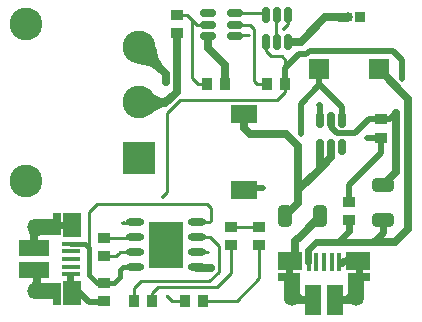
<source format=gtl>
%TF.GenerationSoftware,KiCad,Pcbnew,(6.0.7)*%
%TF.CreationDate,2022-10-02T22:30:45-04:00*%
%TF.ProjectId,LiPo_Charger_1,4c69506f-5f43-4686-9172-6765725f312e,rev?*%
%TF.SameCoordinates,Original*%
%TF.FileFunction,Copper,L1,Top*%
%TF.FilePolarity,Positive*%
%FSLAX46Y46*%
G04 Gerber Fmt 4.6, Leading zero omitted, Abs format (unit mm)*
G04 Created by KiCad (PCBNEW (6.0.7)) date 2022-10-02 22:30:45*
%MOMM*%
%LPD*%
G01*
G04 APERTURE LIST*
G04 Aperture macros list*
%AMRoundRect*
0 Rectangle with rounded corners*
0 $1 Rounding radius*
0 $2 $3 $4 $5 $6 $7 $8 $9 X,Y pos of 4 corners*
0 Add a 4 corners polygon primitive as box body*
4,1,4,$2,$3,$4,$5,$6,$7,$8,$9,$2,$3,0*
0 Add four circle primitives for the rounded corners*
1,1,$1+$1,$2,$3*
1,1,$1+$1,$4,$5*
1,1,$1+$1,$6,$7*
1,1,$1+$1,$8,$9*
0 Add four rect primitives between the rounded corners*
20,1,$1+$1,$2,$3,$4,$5,0*
20,1,$1+$1,$4,$5,$6,$7,0*
20,1,$1+$1,$6,$7,$8,$9,0*
20,1,$1+$1,$8,$9,$2,$3,0*%
G04 Aperture macros list end*
%TA.AperFunction,SMDPad,CuDef*%
%ADD10RoundRect,0.250000X0.650000X-0.325000X0.650000X0.325000X-0.650000X0.325000X-0.650000X-0.325000X0*%
%TD*%
%TA.AperFunction,SMDPad,CuDef*%
%ADD11R,0.930000X0.980000*%
%TD*%
%TA.AperFunction,SMDPad,CuDef*%
%ADD12R,1.650000X0.400000*%
%TD*%
%TA.AperFunction,SMDPad,CuDef*%
%ADD13R,1.500000X2.000000*%
%TD*%
%TA.AperFunction,SMDPad,CuDef*%
%ADD14R,2.000000X1.350000*%
%TD*%
%TA.AperFunction,SMDPad,CuDef*%
%ADD15R,2.500000X1.430000*%
%TD*%
%TA.AperFunction,ComponentPad*%
%ADD16O,1.500000X1.100000*%
%TD*%
%TA.AperFunction,ComponentPad*%
%ADD17O,1.700000X1.350000*%
%TD*%
%TA.AperFunction,SMDPad,CuDef*%
%ADD18R,0.700000X1.825000*%
%TD*%
%TA.AperFunction,SMDPad,CuDef*%
%ADD19R,0.980000X0.930000*%
%TD*%
%TA.AperFunction,SMDPad,CuDef*%
%ADD20R,2.200000X1.600000*%
%TD*%
%TA.AperFunction,SMDPad,CuDef*%
%ADD21RoundRect,0.150000X0.150000X-0.512500X0.150000X0.512500X-0.150000X0.512500X-0.150000X-0.512500X0*%
%TD*%
%TA.AperFunction,SMDPad,CuDef*%
%ADD22R,1.800000X1.700000*%
%TD*%
%TA.AperFunction,SMDPad,CuDef*%
%ADD23RoundRect,0.150000X0.512500X0.150000X-0.512500X0.150000X-0.512500X-0.150000X0.512500X-0.150000X0*%
%TD*%
%TA.AperFunction,ComponentPad*%
%ADD24R,2.775000X2.775000*%
%TD*%
%TA.AperFunction,ComponentPad*%
%ADD25C,2.775000*%
%TD*%
%TA.AperFunction,SMDPad,CuDef*%
%ADD26RoundRect,0.150000X-0.150000X0.512500X-0.150000X-0.512500X0.150000X-0.512500X0.150000X0.512500X0*%
%TD*%
%TA.AperFunction,SMDPad,CuDef*%
%ADD27R,2.900000X4.000000*%
%TD*%
%TA.AperFunction,SMDPad,CuDef*%
%ADD28O,1.600000X0.600000*%
%TD*%
%TA.AperFunction,SMDPad,CuDef*%
%ADD29RoundRect,0.250000X-0.325000X-0.650000X0.325000X-0.650000X0.325000X0.650000X-0.325000X0.650000X0*%
%TD*%
%TA.AperFunction,SMDPad,CuDef*%
%ADD30R,0.400000X1.650000*%
%TD*%
%TA.AperFunction,ComponentPad*%
%ADD31O,1.350000X1.700000*%
%TD*%
%TA.AperFunction,ComponentPad*%
%ADD32O,1.100000X1.500000*%
%TD*%
%TA.AperFunction,SMDPad,CuDef*%
%ADD33R,2.000000X1.500000*%
%TD*%
%TA.AperFunction,SMDPad,CuDef*%
%ADD34R,1.350000X2.000000*%
%TD*%
%TA.AperFunction,SMDPad,CuDef*%
%ADD35R,1.430000X2.500000*%
%TD*%
%TA.AperFunction,SMDPad,CuDef*%
%ADD36R,1.825000X0.700000*%
%TD*%
%TA.AperFunction,ComponentPad*%
%ADD37R,0.850000X0.850000*%
%TD*%
%TA.AperFunction,ComponentPad*%
%ADD38O,0.850000X0.850000*%
%TD*%
%TA.AperFunction,ViaPad*%
%ADD39C,0.300000*%
%TD*%
%TA.AperFunction,Conductor*%
%ADD40C,0.250000*%
%TD*%
%TA.AperFunction,Conductor*%
%ADD41C,0.700000*%
%TD*%
%TA.AperFunction,Conductor*%
%ADD42C,0.400000*%
%TD*%
%TA.AperFunction,Conductor*%
%ADD43C,0.550000*%
%TD*%
%TA.AperFunction,Conductor*%
%ADD44C,0.600000*%
%TD*%
%TA.AperFunction,Conductor*%
%ADD45C,0.640000*%
%TD*%
%TA.AperFunction,Conductor*%
%ADD46C,0.650000*%
%TD*%
G04 APERTURE END LIST*
D10*
%TO.P,C4,1*%
%TO.N,/5V*%
X175800000Y-73775000D03*
%TO.P,C4,2*%
%TO.N,GND*%
X175800000Y-70825000D03*
%TD*%
D11*
%TO.P,R7,1*%
%TO.N,Net-(R7-Pad1)*%
X159000000Y-80575000D03*
%TO.P,R7,2*%
%TO.N,Net-(D3-Pad1)*%
X160540000Y-80575000D03*
%TD*%
D12*
%TO.P,J1,1,VBUS*%
%TO.N,/VBUS*%
X149350000Y-75740000D03*
%TO.P,J1,2,D-*%
%TO.N,unconnected-(J1-Pad2)*%
X149350000Y-76390000D03*
%TO.P,J1,3,D+*%
%TO.N,unconnected-(J1-Pad3)*%
X149350000Y-77040000D03*
%TO.P,J1,4,ID*%
%TO.N,unconnected-(J1-Pad4)*%
X149350000Y-77690000D03*
%TO.P,J1,5,GND*%
%TO.N,GND*%
X149350000Y-78340000D03*
D13*
%TO.P,J1,6,Shield*%
X149470000Y-79940000D03*
D14*
X147400000Y-79790000D03*
D15*
X146200000Y-76080000D03*
D13*
X149450000Y-74190000D03*
D16*
X149470000Y-79460000D03*
D17*
X146470000Y-74310000D03*
D14*
X147400000Y-74310000D03*
D18*
X148150000Y-80040000D03*
D16*
X149470000Y-74620000D03*
D17*
X146470000Y-79770000D03*
D18*
X148150000Y-74090000D03*
D15*
X146200000Y-78000000D03*
%TD*%
D19*
%TO.P,R2,1*%
%TO.N,Net-(C1-Pad1)*%
X158300000Y-56390000D03*
%TO.P,R2,2*%
%TO.N,/BAT+*%
X158300000Y-57930000D03*
%TD*%
D20*
%TO.P,L1,1,1*%
%TO.N,Net-(D1-PadA)*%
X164005000Y-71200000D03*
%TO.P,L1,2,2*%
%TO.N,Net-(C3-Pad1)*%
X164005000Y-64800000D03*
%TD*%
D21*
%TO.P,Q1,1,S*%
%TO.N,GND*%
X165850000Y-58687500D03*
%TO.P,Q1,2,D*%
%TO.N,unconnected-(Q1-Pad2)*%
X166800000Y-58687500D03*
%TO.P,Q1,3,S*%
%TO.N,/BAT-*%
X167750000Y-58687500D03*
%TO.P,Q1,4,G*%
%TO.N,/OD*%
X167750000Y-56412500D03*
%TO.P,Q1,5,D*%
%TO.N,unconnected-(Q1-Pad2)*%
X166800000Y-56412500D03*
%TO.P,Q1,6,G*%
%TO.N,Net-(IC1-Pad3)*%
X165850000Y-56412500D03*
%TD*%
D19*
%TO.P,R4,1*%
%TO.N,/5V*%
X172900000Y-73740000D03*
%TO.P,R4,2*%
%TO.N,Net-(R4-Pad2)*%
X172900000Y-72200000D03*
%TD*%
D22*
%TO.P,D1,A*%
%TO.N,Net-(D1-PadA)*%
X170373750Y-61000000D03*
%TO.P,D1,C*%
%TO.N,/5V*%
X175426250Y-61000000D03*
%TD*%
D23*
%TO.P,IC1,1,OD*%
%TO.N,/OD*%
X163237500Y-58150000D03*
%TO.P,IC1,2,CS*%
%TO.N,Net-(IC1-Pad2)*%
X163237500Y-57200000D03*
%TO.P,IC1,3,OC*%
%TO.N,Net-(IC1-Pad3)*%
X163237500Y-56250000D03*
%TO.P,IC1,4,TD*%
%TO.N,unconnected-(IC1-Pad4)*%
X160962500Y-56250000D03*
%TO.P,IC1,5,VCC*%
%TO.N,Net-(C1-Pad1)*%
X160962500Y-57200000D03*
%TO.P,IC1,6,GND*%
%TO.N,/BAT-*%
X160962500Y-58150000D03*
%TD*%
D24*
%TO.P,SW1,1*%
%TO.N,unconnected-(SW1-Pad1)*%
X155122500Y-68500000D03*
D25*
%TO.P,SW1,2*%
%TO.N,/BAT+*%
X155122500Y-63800000D03*
%TO.P,SW1,3*%
%TO.N,Net-(C3-Pad1)*%
X155122500Y-59100000D03*
%TO.P,SW1,S1*%
%TO.N,N/C*%
X145592500Y-70405000D03*
%TO.P,SW1,S2*%
X145592500Y-57195000D03*
%TD*%
D19*
%TO.P,R5,1*%
%TO.N,Net-(R4-Pad2)*%
X175600000Y-66770000D03*
%TO.P,R5,2*%
%TO.N,GND*%
X175600000Y-65230000D03*
%TD*%
D26*
%TO.P,U2,1,SW*%
%TO.N,Net-(D1-PadA)*%
X172306426Y-65282500D03*
%TO.P,U2,2,GND*%
%TO.N,GND*%
X171356426Y-65282500D03*
%TO.P,U2,3,FB*%
%TO.N,Net-(R4-Pad2)*%
X170406426Y-65282500D03*
%TO.P,U2,4,EN*%
%TO.N,Net-(C3-Pad1)*%
X170406426Y-67557500D03*
%TO.P,U2,5,IN*%
X171356426Y-67557500D03*
%TO.P,U2,6,NC*%
%TO.N,unconnected-(U2-Pad6)*%
X172306426Y-67557500D03*
%TD*%
D11*
%TO.P,C1,1*%
%TO.N,Net-(C1-Pad1)*%
X160890000Y-62200000D03*
%TO.P,C1,2*%
%TO.N,/BAT-*%
X162430000Y-62200000D03*
%TD*%
D27*
%TO.P,U1,0*%
%TO.N,N/C*%
X157400000Y-75830000D03*
D28*
%TO.P,U1,1,TEMP*%
%TO.N,GND*%
X154800000Y-73925000D03*
%TO.P,U1,2,PROG*%
%TO.N,Net-(R3-Pad2)*%
X154800000Y-75195000D03*
%TO.P,U1,3,GND*%
%TO.N,GND*%
X154800000Y-76465000D03*
%TO.P,U1,4,VCC*%
%TO.N,/VBUS*%
X154800000Y-77735000D03*
%TO.P,U1,5,BAT*%
%TO.N,/BAT+*%
X160000000Y-77735000D03*
%TO.P,U1,6,~{STDBY}*%
%TO.N,Net-(R7-Pad1)*%
X160000000Y-76465000D03*
%TO.P,U1,7,~{CHRG}*%
%TO.N,Net-(R6-Pad1)*%
X160000000Y-75195000D03*
%TO.P,U1,8,CE*%
%TO.N,/VBUS*%
X160000000Y-73925000D03*
%TD*%
D19*
%TO.P,D2,1,K*%
%TO.N,Net-(D2-Pad1)*%
X162900000Y-75901600D03*
%TO.P,D2,2,A*%
%TO.N,Net-(D2-Pad2)*%
X162900000Y-74361600D03*
%TD*%
D11*
%TO.P,R1,1*%
%TO.N,GND*%
X167480000Y-62200000D03*
%TO.P,R1,2*%
%TO.N,Net-(IC1-Pad2)*%
X165940000Y-62200000D03*
%TD*%
D19*
%TO.P,R3,1*%
%TO.N,GND*%
X152200000Y-76815000D03*
%TO.P,R3,2*%
%TO.N,Net-(R3-Pad2)*%
X152200000Y-75275000D03*
%TD*%
D29*
%TO.P,C3,1*%
%TO.N,Net-(C3-Pad1)*%
X167525000Y-73400000D03*
%TO.P,C3,2*%
%TO.N,GND*%
X170475000Y-73400000D03*
%TD*%
D11*
%TO.P,R6,1*%
%TO.N,Net-(R6-Pad1)*%
X154660000Y-80575000D03*
%TO.P,R6,2*%
%TO.N,Net-(D2-Pad1)*%
X156200000Y-80575000D03*
%TD*%
D30*
%TO.P,J3,1,VBUS*%
%TO.N,/5V*%
X169475000Y-77335000D03*
%TO.P,J3,2,D-*%
%TO.N,unconnected-(J3-Pad2)*%
X170125000Y-77335000D03*
%TO.P,J3,3,D+*%
%TO.N,unconnected-(J3-Pad3)*%
X170775000Y-77335000D03*
%TO.P,J3,4,ID*%
%TO.N,unconnected-(J3-Pad4)*%
X171425000Y-77335000D03*
%TO.P,J3,5,GND*%
%TO.N,GND*%
X172075000Y-77335000D03*
D31*
%TO.P,J3,6,Shield*%
X173505000Y-80215000D03*
D32*
X173195000Y-77215000D03*
D31*
X168045000Y-80215000D03*
D33*
X173675000Y-77215000D03*
D34*
X173525000Y-79285000D03*
D35*
X171735000Y-80485000D03*
D34*
X168045000Y-79285000D03*
D33*
X167925000Y-77235000D03*
D36*
X167825000Y-78535000D03*
D35*
X169815000Y-80485000D03*
D32*
X168355000Y-77215000D03*
D36*
X173775000Y-78535000D03*
%TD*%
D19*
%TO.P,D3,1,K*%
%TO.N,Net-(D3-Pad1)*%
X165300000Y-75901600D03*
%TO.P,D3,2,A*%
%TO.N,Net-(D2-Pad2)*%
X165300000Y-74361600D03*
%TD*%
D37*
%TO.P,J2,1,Pin_1*%
%TO.N,/BAT+*%
X173800000Y-56600000D03*
D38*
%TO.P,J2,2,Pin_2*%
%TO.N,/BAT-*%
X172800000Y-56600000D03*
%TD*%
D19*
%TO.P,C2,1*%
%TO.N,/VBUS*%
X152200000Y-79060000D03*
%TO.P,C2,2*%
%TO.N,GND*%
X152200000Y-80600000D03*
%TD*%
D39*
%TO.N,/BAT-*%
X162430000Y-60630000D03*
X168812500Y-58687500D03*
%TO.N,GND*%
X157100000Y-71800000D03*
X153400000Y-76600000D03*
X150900000Y-80700000D03*
X176900000Y-64700000D03*
X168800000Y-75100000D03*
X177400000Y-61800000D03*
X153700000Y-74000000D03*
%TO.N,Net-(C3-Pad1)*%
X164000000Y-66000000D03*
X157400000Y-62100000D03*
%TO.N,Net-(D1-PadA)*%
X168800000Y-66500000D03*
X165600000Y-71000000D03*
%TO.N,/OD*%
X167300000Y-57600000D03*
X164425500Y-58100000D03*
%TO.N,/BAT+*%
X161200000Y-77800000D03*
%TO.N,Net-(R4-Pad2)*%
X170400000Y-64000000D03*
X174400000Y-66800000D03*
%TO.N,Net-(R7-Pad1)*%
X161000000Y-76500000D03*
X157500000Y-80200000D03*
%TD*%
D40*
%TO.N,Net-(C1-Pad1)*%
X159600000Y-61700000D02*
X159600000Y-56800000D01*
X159600000Y-56800000D02*
X159450000Y-56650000D01*
X160890000Y-62200000D02*
X160100000Y-62200000D01*
X160100000Y-62200000D02*
X159600000Y-61700000D01*
X160000000Y-57200000D02*
X159450000Y-56650000D01*
X160962500Y-57200000D02*
X160000000Y-57200000D01*
X159450000Y-56650000D02*
X159190000Y-56390000D01*
X159190000Y-56390000D02*
X158300000Y-56390000D01*
D41*
%TO.N,/BAT-*%
X168812500Y-58687500D02*
X170900000Y-56600000D01*
X160962500Y-59162500D02*
X160962500Y-58150000D01*
X170900000Y-56600000D02*
X172800000Y-56600000D01*
X162430000Y-60630000D02*
X160962500Y-59162500D01*
X167750000Y-58687500D02*
X168812500Y-58687500D01*
X162430000Y-62200000D02*
X162430000Y-60630000D01*
D42*
%TO.N,/VBUS*%
X153765000Y-77735000D02*
X154800000Y-77735000D01*
X150900000Y-78400000D02*
X151560000Y-79060000D01*
X153500000Y-78000000D02*
X153765000Y-77735000D01*
D40*
X161075000Y-73925000D02*
X161200000Y-73800000D01*
D42*
X153040000Y-79060000D02*
X153500000Y-78600000D01*
X151560000Y-79060000D02*
X152200000Y-79060000D01*
D40*
X160900000Y-72400000D02*
X151600000Y-72400000D01*
D42*
X152200000Y-79060000D02*
X153040000Y-79060000D01*
D40*
X161200000Y-73800000D02*
X161200000Y-72700000D01*
X160000000Y-73925000D02*
X161075000Y-73925000D01*
X151600000Y-72400000D02*
X150900000Y-73100000D01*
D42*
X149350000Y-75740000D02*
X150525000Y-75740000D01*
D40*
X161200000Y-72700000D02*
X160900000Y-72400000D01*
D42*
X150900000Y-76115000D02*
X150900000Y-78400000D01*
X153500000Y-78600000D02*
X153500000Y-78000000D01*
X150525000Y-75740000D02*
X150900000Y-76115000D01*
D40*
X150900000Y-73100000D02*
X150900000Y-76115000D01*
D43*
%TO.N,GND*%
X176900000Y-64700000D02*
X176370000Y-65230000D01*
D44*
X173775000Y-78535000D02*
X173775000Y-77315000D01*
D45*
X168355000Y-77215000D02*
X168355000Y-75545000D01*
D44*
X167825000Y-77745000D02*
X168355000Y-77215000D01*
X171735000Y-80485000D02*
X173235000Y-80485000D01*
D43*
X175600000Y-65230000D02*
X174570000Y-65230000D01*
X167480000Y-60920000D02*
X168700000Y-59700000D01*
D44*
X149470000Y-79460000D02*
X149470000Y-79370000D01*
D43*
X168700000Y-59700000D02*
X169300000Y-59700000D01*
X152200000Y-80600000D02*
X152100000Y-80700000D01*
D40*
X165850000Y-59450000D02*
X165850000Y-58687500D01*
D43*
X169600000Y-59400000D02*
X176600000Y-59400000D01*
D40*
X157500000Y-64700000D02*
X157500000Y-71400000D01*
D43*
X149470000Y-79940000D02*
X150140000Y-79940000D01*
D45*
X170475000Y-73400000D02*
X170475000Y-73425000D01*
D44*
X169815000Y-80485000D02*
X168315000Y-80485000D01*
D40*
X152200000Y-76815000D02*
X153185000Y-76815000D01*
D44*
X173775000Y-77315000D02*
X173675000Y-77215000D01*
D40*
X166800000Y-63600000D02*
X158600000Y-63600000D01*
X158600000Y-63600000D02*
X157500000Y-64700000D01*
X153700000Y-74000000D02*
X154725000Y-74000000D01*
X153535000Y-76465000D02*
X153400000Y-76600000D01*
D45*
X170475000Y-73425000D02*
X168800000Y-75100000D01*
D40*
X167480000Y-62200000D02*
X167480000Y-62920000D01*
D44*
X173195000Y-77215000D02*
X172485000Y-77215000D01*
X146470000Y-79770000D02*
X146470000Y-78270000D01*
X172485000Y-77215000D02*
X172300000Y-77400000D01*
D43*
X176370000Y-65230000D02*
X175600000Y-65230000D01*
D40*
X166300000Y-59900000D02*
X165850000Y-59450000D01*
X167480000Y-62920000D02*
X166800000Y-63600000D01*
D44*
X147520000Y-74190000D02*
X147400000Y-74310000D01*
D43*
X167480000Y-62200000D02*
X167480000Y-60920000D01*
D45*
X175800000Y-70825000D02*
X176900000Y-69725000D01*
D44*
X173235000Y-80485000D02*
X173505000Y-80215000D01*
D43*
X173380000Y-66420000D02*
X171897543Y-66420000D01*
D45*
X176900000Y-69725000D02*
X176900000Y-64700000D01*
D40*
X167480000Y-62200000D02*
X167480000Y-60180000D01*
D44*
X149470000Y-79370000D02*
X149300000Y-79200000D01*
D43*
X176600000Y-59400000D02*
X177400000Y-60200000D01*
D44*
X168315000Y-80485000D02*
X168045000Y-80215000D01*
D40*
X167480000Y-60180000D02*
X167200000Y-59900000D01*
D45*
X168355000Y-75545000D02*
X168800000Y-75100000D01*
D43*
X169300000Y-59700000D02*
X169600000Y-59400000D01*
D40*
X154800000Y-76465000D02*
X153535000Y-76465000D01*
D44*
X149300000Y-79200000D02*
X149300000Y-78500000D01*
X146200000Y-76080000D02*
X146200000Y-74580000D01*
D43*
X174570000Y-65230000D02*
X173380000Y-66420000D01*
D44*
X167825000Y-78535000D02*
X167825000Y-77745000D01*
X146470000Y-78270000D02*
X146200000Y-78000000D01*
D40*
X153185000Y-76815000D02*
X153400000Y-76600000D01*
D43*
X171356426Y-65878883D02*
X171356426Y-65282500D01*
X150140000Y-79940000D02*
X150900000Y-80700000D01*
D44*
X146200000Y-74580000D02*
X146470000Y-74310000D01*
D40*
X154725000Y-74000000D02*
X154800000Y-73925000D01*
D44*
X149450000Y-74190000D02*
X147520000Y-74190000D01*
D43*
X152100000Y-80700000D02*
X150900000Y-80700000D01*
X177400000Y-60200000D02*
X177400000Y-61800000D01*
X171897543Y-66420000D02*
X171356426Y-65878883D01*
D40*
X157500000Y-71400000D02*
X157100000Y-71800000D01*
X167200000Y-59900000D02*
X166300000Y-59900000D01*
D41*
%TO.N,Net-(C3-Pad1)*%
X168600000Y-72325000D02*
X168600000Y-71200000D01*
X167600000Y-66500000D02*
X164500000Y-66500000D01*
X167525000Y-73400000D02*
X168600000Y-72325000D01*
X171356426Y-67557500D02*
X171356426Y-68443574D01*
X164000000Y-64805000D02*
X164000000Y-66000000D01*
X155122500Y-59100000D02*
X157400000Y-61377500D01*
X170406426Y-69393574D02*
X170406426Y-67557500D01*
X164500000Y-66500000D02*
X164000000Y-66000000D01*
X167600000Y-66500000D02*
X168600000Y-67500000D01*
X171356426Y-68443574D02*
X170406426Y-69393574D01*
X157400000Y-61377500D02*
X157400000Y-62100000D01*
X164005000Y-64800000D02*
X164000000Y-64805000D01*
X168600000Y-67500000D02*
X168600000Y-71200000D01*
X168600000Y-71200000D02*
X170406426Y-69393574D01*
D44*
%TO.N,/5V*%
X169425000Y-76300000D02*
X169425000Y-77335000D01*
X175000000Y-75600000D02*
X172000000Y-75600000D01*
X175800000Y-73775000D02*
X175800000Y-74800000D01*
X175800000Y-74800000D02*
X175000000Y-75600000D01*
X172000000Y-75600000D02*
X170125000Y-75600000D01*
D46*
X176800000Y-75600000D02*
X175000000Y-75600000D01*
X175426250Y-61000000D02*
X177900000Y-63473750D01*
X177900000Y-74500000D02*
X176800000Y-75600000D01*
D44*
X170125000Y-75600000D02*
X169425000Y-76300000D01*
X172900000Y-74700000D02*
X172000000Y-75600000D01*
D46*
X177900000Y-63473750D02*
X177900000Y-74500000D01*
D44*
X172900000Y-73740000D02*
X172900000Y-74700000D01*
D43*
%TO.N,Net-(D1-PadA)*%
X170373750Y-61000000D02*
X170373750Y-62173750D01*
X170373750Y-62173750D02*
X170373750Y-62273750D01*
X168800000Y-63900000D02*
X168800000Y-66500000D01*
X170373750Y-62326250D02*
X168800000Y-63900000D01*
X170373750Y-62273750D02*
X172306426Y-64206426D01*
X164205000Y-71000000D02*
X165600000Y-71000000D01*
X172306426Y-64206426D02*
X172306426Y-65282500D01*
X170373750Y-62173750D02*
X170373750Y-62326250D01*
X164005000Y-71200000D02*
X164205000Y-71000000D01*
D40*
%TO.N,Net-(D2-Pad1)*%
X162900000Y-78200000D02*
X162900000Y-75901600D01*
X156200000Y-80575000D02*
X156200000Y-79900000D01*
X156700000Y-79400000D02*
X161700000Y-79400000D01*
X156200000Y-79900000D02*
X156700000Y-79400000D01*
X161700000Y-79400000D02*
X162900000Y-78200000D01*
%TO.N,Net-(D2-Pad2)*%
X165300000Y-74361600D02*
X162900000Y-74361600D01*
%TO.N,Net-(D3-Pad1)*%
X163425000Y-80575000D02*
X165300000Y-78700000D01*
X160540000Y-80575000D02*
X163425000Y-80575000D01*
X165300000Y-78700000D02*
X165300000Y-75901600D01*
%TO.N,/OD*%
X167750000Y-57150000D02*
X167750000Y-56412500D01*
X163287500Y-58100000D02*
X164425500Y-58100000D01*
X167300000Y-57600000D02*
X167750000Y-57150000D01*
X163237500Y-58150000D02*
X163287500Y-58100000D01*
%TO.N,Net-(IC1-Pad2)*%
X165100000Y-62200000D02*
X164900000Y-62000000D01*
X164500000Y-57200000D02*
X163237500Y-57200000D01*
X164900000Y-57600000D02*
X164500000Y-57200000D01*
X165940000Y-62200000D02*
X165100000Y-62200000D01*
X164900000Y-62000000D02*
X164900000Y-57600000D01*
%TO.N,Net-(IC1-Pad3)*%
X163237500Y-56250000D02*
X165687500Y-56250000D01*
X165687500Y-56250000D02*
X165850000Y-56412500D01*
D41*
%TO.N,/BAT+*%
X157400000Y-63800000D02*
X158300000Y-62900000D01*
X160065000Y-77800000D02*
X161200000Y-77800000D01*
X158300000Y-62900000D02*
X158300000Y-57930000D01*
X155122500Y-63800000D02*
X157400000Y-63800000D01*
D40*
%TO.N,unconnected-(Q1-Pad2)*%
X166700000Y-58587500D02*
X166700000Y-56512500D01*
X166700000Y-56512500D02*
X166800000Y-56412500D01*
X166800000Y-58687500D02*
X166700000Y-58587500D01*
%TO.N,Net-(R3-Pad2)*%
X154720000Y-75275000D02*
X154800000Y-75195000D01*
X152200000Y-75275000D02*
X154720000Y-75275000D01*
D43*
%TO.N,Net-(R4-Pad2)*%
X170406426Y-65282500D02*
X170406426Y-64006426D01*
X170406426Y-64006426D02*
X170400000Y-64000000D01*
X175570000Y-66800000D02*
X174400000Y-66800000D01*
X175600000Y-66770000D02*
X175570000Y-66800000D01*
X172900000Y-70800000D02*
X175600000Y-68100000D01*
X175600000Y-68100000D02*
X175600000Y-66770000D01*
X172900000Y-72200000D02*
X172900000Y-70800000D01*
D40*
%TO.N,Net-(R6-Pad1)*%
X161050000Y-78950000D02*
X161875000Y-78125000D01*
X154660000Y-79540000D02*
X155250000Y-78950000D01*
X161875000Y-78125000D02*
X161875000Y-75975000D01*
X154660000Y-80575000D02*
X154660000Y-79540000D01*
X161095000Y-75195000D02*
X160000000Y-75195000D01*
X155250000Y-78950000D02*
X161050000Y-78950000D01*
X161875000Y-75975000D02*
X161095000Y-75195000D01*
%TO.N,Net-(R7-Pad1)*%
X159000000Y-80575000D02*
X157875000Y-80575000D01*
X160035000Y-76500000D02*
X160000000Y-76465000D01*
X157875000Y-80575000D02*
X157500000Y-80200000D01*
X161000000Y-76500000D02*
X160035000Y-76500000D01*
%TD*%
%TA.AperFunction,Conductor*%
%TO.N,GND*%
G36*
X173000320Y-79778328D02*
G01*
X173803023Y-80076017D01*
X173809589Y-80082107D01*
X173809758Y-80091481D01*
X173481141Y-80881419D01*
X173480980Y-80881805D01*
X173474638Y-80888127D01*
X173469531Y-80888993D01*
X173433722Y-80887009D01*
X173333009Y-80881428D01*
X173332647Y-80881402D01*
X173207071Y-80870532D01*
X173206748Y-80870500D01*
X173147528Y-80863714D01*
X173094419Y-80857628D01*
X173094294Y-80857613D01*
X173024140Y-80848227D01*
X172989624Y-80843609D01*
X172989565Y-80843601D01*
X172886991Y-80829343D01*
X172780950Y-80815713D01*
X172665895Y-80803594D01*
X172665884Y-80803593D01*
X172665846Y-80803589D01*
X172665812Y-80803586D01*
X172665785Y-80803584D01*
X172536137Y-80793850D01*
X172536112Y-80793849D01*
X172536064Y-80793845D01*
X172514522Y-80792914D01*
X172386066Y-80787360D01*
X172386042Y-80787359D01*
X172385987Y-80787357D01*
X172221542Y-80785155D01*
X172213317Y-80781618D01*
X172210000Y-80773456D01*
X172210000Y-80196322D01*
X172213427Y-80188049D01*
X172221315Y-80184628D01*
X172332634Y-80180963D01*
X172332636Y-80180963D01*
X172332874Y-80180955D01*
X172333115Y-80180927D01*
X172333118Y-80180927D01*
X172354385Y-80178476D01*
X172438363Y-80168800D01*
X172529269Y-80148499D01*
X172529607Y-80148377D01*
X172529615Y-80148375D01*
X172608025Y-80120153D01*
X172608027Y-80120152D01*
X172608394Y-80120020D01*
X172678541Y-80083328D01*
X172742512Y-80038390D01*
X172742741Y-80038189D01*
X172742746Y-80038185D01*
X172802926Y-79985334D01*
X172802932Y-79985329D01*
X172803110Y-79985172D01*
X172863137Y-79923639D01*
X172925396Y-79853759D01*
X172987383Y-79781670D01*
X172995375Y-79777631D01*
X173000320Y-79778328D01*
G37*
%TD.AperFunction*%
%TD*%
%TA.AperFunction,Conductor*%
%TO.N,/OD*%
G36*
X164362121Y-57967901D02*
G01*
X164365484Y-57970162D01*
X164372960Y-57977350D01*
X164491731Y-58091567D01*
X164495319Y-58099771D01*
X164491731Y-58108433D01*
X164370516Y-58225000D01*
X164365485Y-58229838D01*
X164357146Y-58233103D01*
X164353168Y-58232322D01*
X164347405Y-58230101D01*
X164347401Y-58230100D01*
X164347028Y-58229956D01*
X164338893Y-58228048D01*
X164332286Y-58226498D01*
X164332282Y-58226497D01*
X164332008Y-58226433D01*
X164331733Y-58226397D01*
X164331723Y-58226395D01*
X164315199Y-58224221D01*
X164315190Y-58224220D01*
X164314999Y-58224195D01*
X164314371Y-58224156D01*
X164296043Y-58223018D01*
X164296039Y-58223018D01*
X164295945Y-58223012D01*
X164295837Y-58223010D01*
X164295833Y-58223010D01*
X164289517Y-58222902D01*
X164274789Y-58222649D01*
X164274682Y-58222650D01*
X164274674Y-58222650D01*
X164269545Y-58222700D01*
X164251474Y-58222874D01*
X164251439Y-58222875D01*
X164251420Y-58222875D01*
X164242674Y-58223074D01*
X164225945Y-58223455D01*
X164198210Y-58224156D01*
X164198144Y-58224158D01*
X164168091Y-58224748D01*
X164167951Y-58224750D01*
X164147290Y-58224909D01*
X164138991Y-58221546D01*
X164135500Y-58213209D01*
X164135500Y-57986790D01*
X164138927Y-57978517D01*
X164147289Y-57975090D01*
X164155057Y-57975150D01*
X164167951Y-57975249D01*
X164168091Y-57975251D01*
X164198144Y-57975841D01*
X164198210Y-57975843D01*
X164225945Y-57976544D01*
X164242674Y-57976925D01*
X164251420Y-57977124D01*
X164251439Y-57977124D01*
X164251474Y-57977125D01*
X164269545Y-57977299D01*
X164274674Y-57977349D01*
X164274682Y-57977349D01*
X164274789Y-57977350D01*
X164289517Y-57977097D01*
X164295833Y-57976989D01*
X164295837Y-57976989D01*
X164295945Y-57976987D01*
X164296039Y-57976981D01*
X164296043Y-57976981D01*
X164314806Y-57975816D01*
X164314999Y-57975804D01*
X164315190Y-57975779D01*
X164315199Y-57975778D01*
X164331723Y-57973604D01*
X164331733Y-57973602D01*
X164332008Y-57973566D01*
X164332282Y-57973502D01*
X164332286Y-57973501D01*
X164339950Y-57971703D01*
X164347028Y-57970043D01*
X164347402Y-57969899D01*
X164347405Y-57969898D01*
X164353169Y-57967677D01*
X164362121Y-57967901D01*
G37*
%TD.AperFunction*%
%TD*%
%TA.AperFunction,Conductor*%
%TO.N,GND*%
G36*
X168671670Y-76128427D02*
G01*
X168675097Y-76136602D01*
X168676013Y-76246254D01*
X168679380Y-76351565D01*
X168685593Y-76443893D01*
X168685608Y-76444022D01*
X168695121Y-76526029D01*
X168695123Y-76526045D01*
X168695141Y-76526197D01*
X168708518Y-76601437D01*
X168726212Y-76672572D01*
X168726272Y-76672759D01*
X168726275Y-76672769D01*
X168748655Y-76742371D01*
X168748661Y-76742389D01*
X168748717Y-76742562D01*
X168776522Y-76814367D01*
X168810119Y-76890947D01*
X168810152Y-76891016D01*
X168846549Y-76967966D01*
X168846988Y-76976910D01*
X168844405Y-76981079D01*
X168677249Y-77154901D01*
X168355000Y-77490000D01*
X167865595Y-76981079D01*
X167862330Y-76972740D01*
X167863451Y-76967966D01*
X167899847Y-76891016D01*
X167899880Y-76890947D01*
X167933477Y-76814367D01*
X167961282Y-76742562D01*
X167961338Y-76742389D01*
X167961344Y-76742371D01*
X167983724Y-76672769D01*
X167983727Y-76672759D01*
X167983787Y-76672572D01*
X168001481Y-76601437D01*
X168014858Y-76526197D01*
X168014876Y-76526045D01*
X168014878Y-76526029D01*
X168024391Y-76444022D01*
X168024406Y-76443893D01*
X168030619Y-76351565D01*
X168033986Y-76246254D01*
X168034903Y-76136602D01*
X168038399Y-76128358D01*
X168046603Y-76125000D01*
X168663397Y-76125000D01*
X168671670Y-76128427D01*
G37*
%TD.AperFunction*%
%TD*%
%TA.AperFunction,Conductor*%
%TO.N,GND*%
G36*
X150010035Y-79423582D02*
G01*
X150011869Y-79424135D01*
X150018803Y-79429802D01*
X150020064Y-79433598D01*
X150028620Y-79490563D01*
X150048120Y-79541992D01*
X150076481Y-79583567D01*
X150096407Y-79602665D01*
X150112423Y-79618017D01*
X150112428Y-79618021D01*
X150112720Y-79618301D01*
X150113054Y-79618540D01*
X150113056Y-79618542D01*
X150155685Y-79649083D01*
X150155692Y-79649087D01*
X150155853Y-79649203D01*
X150156028Y-79649310D01*
X150156035Y-79649315D01*
X150204877Y-79679272D01*
X150204897Y-79679284D01*
X150258715Y-79711463D01*
X150259020Y-79711653D01*
X150293337Y-79733855D01*
X150316449Y-79748809D01*
X150317115Y-79749274D01*
X150377228Y-79794382D01*
X150378058Y-79795066D01*
X150431404Y-79843360D01*
X150435238Y-79851453D01*
X150431825Y-79860307D01*
X150059309Y-80232823D01*
X150051036Y-80236250D01*
X150043381Y-80233398D01*
X149953400Y-80155544D01*
X149953399Y-80155544D01*
X149953037Y-80155230D01*
X149859042Y-80097704D01*
X149858580Y-80097521D01*
X149858574Y-80097518D01*
X149769080Y-80062063D01*
X149768661Y-80061897D01*
X149680929Y-80041764D01*
X149594881Y-80031261D01*
X149594794Y-80031254D01*
X149594785Y-80031253D01*
X149546235Y-80027317D01*
X149509687Y-80024354D01*
X149509380Y-80024324D01*
X149424519Y-80015025D01*
X149423434Y-80014854D01*
X149338021Y-79997256D01*
X149336377Y-79996789D01*
X149249167Y-79965000D01*
X149247340Y-79964149D01*
X149163830Y-79916076D01*
X149158370Y-79908979D01*
X149158341Y-79903002D01*
X149224114Y-79649083D01*
X149335179Y-79220317D01*
X150010035Y-79423582D01*
G37*
%TD.AperFunction*%
%TD*%
%TA.AperFunction,Conductor*%
%TO.N,GND*%
G36*
X168558626Y-79778664D02*
G01*
X168562617Y-79781670D01*
X168624603Y-79853759D01*
X168686862Y-79923639D01*
X168746889Y-79985172D01*
X168747067Y-79985329D01*
X168747073Y-79985334D01*
X168807253Y-80038185D01*
X168807258Y-80038189D01*
X168807487Y-80038390D01*
X168871458Y-80083328D01*
X168941605Y-80120020D01*
X168941972Y-80120152D01*
X168941974Y-80120153D01*
X169020384Y-80148375D01*
X169020392Y-80148377D01*
X169020730Y-80148499D01*
X169111636Y-80168800D01*
X169195614Y-80178476D01*
X169216881Y-80180927D01*
X169216884Y-80180927D01*
X169217125Y-80180955D01*
X169217363Y-80180963D01*
X169217365Y-80180963D01*
X169328685Y-80184628D01*
X169336841Y-80188326D01*
X169340000Y-80196322D01*
X169340000Y-80773456D01*
X169336573Y-80781729D01*
X169328458Y-80785155D01*
X169164012Y-80787357D01*
X169163957Y-80787359D01*
X169163933Y-80787360D01*
X169035477Y-80792914D01*
X169013935Y-80793845D01*
X169013887Y-80793849D01*
X169013862Y-80793850D01*
X168884214Y-80803584D01*
X168884187Y-80803586D01*
X168884153Y-80803589D01*
X168884115Y-80803593D01*
X168884104Y-80803594D01*
X168769049Y-80815713D01*
X168663008Y-80829343D01*
X168560434Y-80843601D01*
X168560375Y-80843609D01*
X168525859Y-80848227D01*
X168455705Y-80857613D01*
X168455580Y-80857628D01*
X168402471Y-80863714D01*
X168343251Y-80870500D01*
X168342928Y-80870532D01*
X168217352Y-80881402D01*
X168216990Y-80881428D01*
X168116767Y-80886982D01*
X168080470Y-80888993D01*
X168072020Y-80886029D01*
X168069020Y-80881805D01*
X168068860Y-80881419D01*
X167740242Y-80091481D01*
X167740229Y-80082526D01*
X167746977Y-80076017D01*
X168549679Y-79778328D01*
X168558626Y-79778664D01*
G37*
%TD.AperFunction*%
%TD*%
%TA.AperFunction,Conductor*%
%TO.N,GND*%
G36*
X149596872Y-78503427D02*
G01*
X149600295Y-78511397D01*
X149602076Y-78580232D01*
X149608295Y-78652520D01*
X149618640Y-78717523D01*
X149633098Y-78775902D01*
X149633199Y-78776186D01*
X149651546Y-78828022D01*
X149651550Y-78828031D01*
X149651651Y-78828317D01*
X149674286Y-78875429D01*
X149700986Y-78917897D01*
X149731736Y-78956382D01*
X149766521Y-78991545D01*
X149766729Y-78991719D01*
X149799060Y-79018798D01*
X149803203Y-79026738D01*
X149802556Y-79031733D01*
X149696328Y-79326668D01*
X149696328Y-79326670D01*
X149553992Y-79721859D01*
X148950491Y-79305148D01*
X148945631Y-79297628D01*
X148945859Y-79292419D01*
X148962439Y-79232113D01*
X148962483Y-79231953D01*
X148976774Y-79165790D01*
X148987130Y-79100109D01*
X148994154Y-79033077D01*
X148998447Y-78962864D01*
X148998634Y-78956382D01*
X149000607Y-78887730D01*
X149000610Y-78887639D01*
X149000703Y-78875720D01*
X149001245Y-78805571D01*
X149001245Y-78805533D01*
X149000954Y-78714829D01*
X149000954Y-78714758D01*
X149000338Y-78613583D01*
X149000338Y-78613547D01*
X149000035Y-78511735D01*
X149003437Y-78503452D01*
X149011735Y-78500000D01*
X149588599Y-78500000D01*
X149596872Y-78503427D01*
G37*
%TD.AperFunction*%
%TD*%
%TA.AperFunction,Conductor*%
%TO.N,GND*%
G36*
X153772333Y-73867678D02*
G01*
X153778098Y-73869900D01*
X153778107Y-73869903D01*
X153778471Y-73870043D01*
X153778852Y-73870132D01*
X153778854Y-73870133D01*
X153793213Y-73873501D01*
X153793217Y-73873502D01*
X153793491Y-73873566D01*
X153793766Y-73873602D01*
X153793776Y-73873604D01*
X153810300Y-73875778D01*
X153810309Y-73875779D01*
X153810500Y-73875804D01*
X153810693Y-73875816D01*
X153829456Y-73876981D01*
X153829460Y-73876981D01*
X153829554Y-73876987D01*
X153829662Y-73876989D01*
X153829666Y-73876989D01*
X153835982Y-73877097D01*
X153850710Y-73877350D01*
X153850817Y-73877349D01*
X153850825Y-73877349D01*
X153855954Y-73877299D01*
X153874025Y-73877125D01*
X153874060Y-73877124D01*
X153874079Y-73877124D01*
X153882825Y-73876925D01*
X153899554Y-73876544D01*
X153927289Y-73875843D01*
X153927355Y-73875841D01*
X153957408Y-73875251D01*
X153957548Y-73875249D01*
X153970489Y-73875149D01*
X153978211Y-73875090D01*
X153986509Y-73878453D01*
X153990000Y-73886790D01*
X153990000Y-74113209D01*
X153986573Y-74121482D01*
X153978210Y-74124909D01*
X153957548Y-74124750D01*
X153957408Y-74124748D01*
X153927355Y-74124158D01*
X153927289Y-74124156D01*
X153899554Y-74123455D01*
X153882825Y-74123074D01*
X153874079Y-74122875D01*
X153874060Y-74122875D01*
X153874025Y-74122874D01*
X153855954Y-74122700D01*
X153850825Y-74122650D01*
X153850817Y-74122650D01*
X153850710Y-74122649D01*
X153835982Y-74122902D01*
X153829666Y-74123010D01*
X153829662Y-74123010D01*
X153829554Y-74123012D01*
X153829460Y-74123018D01*
X153829456Y-74123018D01*
X153811128Y-74124156D01*
X153810500Y-74124195D01*
X153810309Y-74124220D01*
X153810300Y-74124221D01*
X153793776Y-74126395D01*
X153793766Y-74126397D01*
X153793491Y-74126433D01*
X153793217Y-74126497D01*
X153793213Y-74126498D01*
X153786606Y-74128048D01*
X153778471Y-74129956D01*
X153772332Y-74132322D01*
X153763381Y-74132100D01*
X153760015Y-74129838D01*
X153754984Y-74125000D01*
X153633769Y-74008433D01*
X153630181Y-74000229D01*
X153633769Y-73991567D01*
X153751394Y-73878453D01*
X153760015Y-73870162D01*
X153768354Y-73866897D01*
X153772333Y-73867678D01*
G37*
%TD.AperFunction*%
%TD*%
%TA.AperFunction,Conductor*%
%TO.N,/OD*%
G36*
X167425008Y-57314889D02*
G01*
X167585111Y-57474992D01*
X167588538Y-57483265D01*
X167585047Y-57491601D01*
X167570280Y-57506143D01*
X167548557Y-57527029D01*
X167528401Y-57546190D01*
X167509939Y-57563831D01*
X167493294Y-57580158D01*
X167478591Y-57595373D01*
X167478486Y-57595492D01*
X167466094Y-57609525D01*
X167466087Y-57609534D01*
X167465955Y-57609683D01*
X167455510Y-57623292D01*
X167447380Y-57636405D01*
X167447218Y-57636771D01*
X167447216Y-57636774D01*
X167444712Y-57642419D01*
X167438224Y-57648591D01*
X167434248Y-57649372D01*
X167308323Y-57651833D01*
X167259132Y-57652795D01*
X167250793Y-57649530D01*
X167247205Y-57640868D01*
X167249431Y-57526983D01*
X167250628Y-57465752D01*
X167254216Y-57457549D01*
X167257580Y-57455288D01*
X167263227Y-57452782D01*
X167263229Y-57452781D01*
X167263594Y-57452619D01*
X167276707Y-57444489D01*
X167290316Y-57434044D01*
X167290465Y-57433912D01*
X167290474Y-57433905D01*
X167304507Y-57421513D01*
X167304626Y-57421408D01*
X167319841Y-57406705D01*
X167336168Y-57390060D01*
X167353809Y-57371598D01*
X167372970Y-57351442D01*
X167393796Y-57329782D01*
X167393894Y-57329681D01*
X167408399Y-57314952D01*
X167416645Y-57311462D01*
X167425008Y-57314889D01*
G37*
%TD.AperFunction*%
%TD*%
%TA.AperFunction,Conductor*%
%TO.N,Net-(R7-Pad1)*%
G36*
X157508323Y-80148167D02*
G01*
X157634247Y-80150628D01*
X157642450Y-80154216D01*
X157644712Y-80157581D01*
X157647380Y-80163594D01*
X157655510Y-80176707D01*
X157665955Y-80190316D01*
X157666087Y-80190465D01*
X157666094Y-80190474D01*
X157676839Y-80202642D01*
X157678591Y-80204626D01*
X157693294Y-80219841D01*
X157709939Y-80236168D01*
X157728401Y-80253809D01*
X157748557Y-80272970D01*
X157770280Y-80293856D01*
X157785049Y-80308400D01*
X157788539Y-80316644D01*
X157785112Y-80325007D01*
X157625007Y-80485112D01*
X157616734Y-80488539D01*
X157608400Y-80485049D01*
X157593856Y-80470280D01*
X157572970Y-80448557D01*
X157553809Y-80428401D01*
X157536168Y-80409939D01*
X157519841Y-80393294D01*
X157504626Y-80378591D01*
X157502642Y-80376839D01*
X157490474Y-80366094D01*
X157490465Y-80366087D01*
X157490316Y-80365955D01*
X157476707Y-80355510D01*
X157463594Y-80347380D01*
X157463228Y-80347218D01*
X157463225Y-80347216D01*
X157457581Y-80344712D01*
X157451408Y-80338224D01*
X157450628Y-80334246D01*
X157450448Y-80325007D01*
X157447553Y-80176935D01*
X157447205Y-80159132D01*
X157450470Y-80150793D01*
X157459132Y-80147205D01*
X157508323Y-80148167D01*
G37*
%TD.AperFunction*%
%TD*%
%TA.AperFunction,Conductor*%
%TO.N,/BAT-*%
G36*
X172616717Y-56220408D02*
G01*
X172620156Y-56222702D01*
X173003731Y-56591567D01*
X173007319Y-56599771D01*
X173003731Y-56608433D01*
X172620156Y-56977298D01*
X172611817Y-56980563D01*
X172607763Y-56979753D01*
X172573891Y-56966430D01*
X172528377Y-56955164D01*
X172515384Y-56953313D01*
X172478059Y-56947996D01*
X172478046Y-56947995D01*
X172477859Y-56947968D01*
X172421990Y-56944110D01*
X172421852Y-56944107D01*
X172421848Y-56944107D01*
X172360493Y-56942857D01*
X172360472Y-56942857D01*
X172360423Y-56942856D01*
X172292812Y-56943473D01*
X172218811Y-56945229D01*
X172138073Y-56947391D01*
X172138004Y-56947392D01*
X172050391Y-56949222D01*
X172050242Y-56949225D01*
X171966795Y-56949904D01*
X171958494Y-56946544D01*
X171955000Y-56938204D01*
X171955000Y-56261796D01*
X171958427Y-56253523D01*
X171966795Y-56250096D01*
X172050242Y-56250774D01*
X172050391Y-56250777D01*
X172138004Y-56252607D01*
X172138073Y-56252608D01*
X172218811Y-56254770D01*
X172292812Y-56256526D01*
X172360423Y-56257143D01*
X172360472Y-56257142D01*
X172360493Y-56257142D01*
X172421848Y-56255892D01*
X172421852Y-56255892D01*
X172421990Y-56255889D01*
X172477859Y-56252031D01*
X172478046Y-56252004D01*
X172478059Y-56252003D01*
X172515384Y-56246686D01*
X172528377Y-56244835D01*
X172573891Y-56233569D01*
X172575221Y-56233046D01*
X172607764Y-56220247D01*
X172616717Y-56220408D01*
G37*
%TD.AperFunction*%
%TD*%
%TA.AperFunction,Conductor*%
%TO.N,GND*%
G36*
X153639957Y-76343773D02*
G01*
X153644043Y-76351742D01*
X153644081Y-76352689D01*
X153644081Y-76579001D01*
X153640654Y-76587274D01*
X153633105Y-76590679D01*
X153629172Y-76590923D01*
X153627052Y-76591054D01*
X153611467Y-76594014D01*
X153597350Y-76598569D01*
X153592320Y-76600897D01*
X153585034Y-76604268D01*
X153585028Y-76604271D01*
X153584726Y-76604411D01*
X153573619Y-76611233D01*
X153564053Y-76618724D01*
X153556053Y-76626578D01*
X153555850Y-76626828D01*
X153555844Y-76626835D01*
X153549866Y-76634211D01*
X153549644Y-76634485D01*
X153544848Y-76642137D01*
X153544687Y-76642499D01*
X153544485Y-76642878D01*
X153544328Y-76642794D01*
X153538231Y-76648592D01*
X153534257Y-76649371D01*
X153500583Y-76650030D01*
X153450999Y-76650999D01*
X153346967Y-76653033D01*
X153398130Y-76457159D01*
X153403536Y-76450021D01*
X153407268Y-76448621D01*
X153411094Y-76447895D01*
X153416231Y-76446920D01*
X153433094Y-76438560D01*
X153437803Y-76435326D01*
X153450914Y-76426323D01*
X153450928Y-76426313D01*
X153451034Y-76426240D01*
X153470495Y-76411280D01*
X153491699Y-76395169D01*
X153492155Y-76394840D01*
X153515334Y-76379009D01*
X153516212Y-76378465D01*
X153520277Y-76376186D01*
X153541834Y-76364102D01*
X153543101Y-76363490D01*
X153571638Y-76351767D01*
X153573269Y-76351233D01*
X153605244Y-76343308D01*
X153607100Y-76343004D01*
X153631435Y-76341027D01*
X153639957Y-76343773D01*
G37*
%TD.AperFunction*%
%TD*%
%TA.AperFunction,Conductor*%
%TO.N,/BAT+*%
G36*
X155734931Y-62555701D02*
G01*
X155937743Y-62673950D01*
X155938901Y-62674720D01*
X156131095Y-62819870D01*
X156131706Y-62820365D01*
X156310355Y-62975184D01*
X156310485Y-62975298D01*
X156479458Y-63126394D01*
X156642426Y-63260111D01*
X156803334Y-63363028D01*
X156803944Y-63363248D01*
X156803946Y-63363249D01*
X156965232Y-63421421D01*
X156965233Y-63421421D01*
X156966167Y-63421758D01*
X156967159Y-63421765D01*
X156967160Y-63421765D01*
X157023244Y-63422149D01*
X157134910Y-63422914D01*
X157135943Y-63422510D01*
X157135945Y-63422510D01*
X157312722Y-63353433D01*
X157312723Y-63353432D01*
X157313548Y-63353110D01*
X157497888Y-63205508D01*
X157506488Y-63203012D01*
X157513474Y-63206368D01*
X157992312Y-63685206D01*
X157995739Y-63693479D01*
X157991857Y-63702182D01*
X157778638Y-63893700D01*
X157777555Y-63894563D01*
X157582180Y-64031819D01*
X157571696Y-64039185D01*
X157570473Y-64039936D01*
X157377360Y-64142852D01*
X157376241Y-64143374D01*
X157192378Y-64217592D01*
X157191686Y-64217846D01*
X157013550Y-64276296D01*
X156838171Y-64331757D01*
X156728189Y-64372674D01*
X156662959Y-64396942D01*
X156662954Y-64396944D01*
X156662691Y-64397042D01*
X156483907Y-64485079D01*
X156389299Y-64548245D01*
X156298940Y-64608574D01*
X156298937Y-64608577D01*
X156298614Y-64608792D01*
X156298315Y-64609056D01*
X156298314Y-64609057D01*
X156109960Y-64775499D01*
X156101492Y-64778410D01*
X156096299Y-64776827D01*
X154442088Y-63807813D01*
X154436682Y-63800675D01*
X154437907Y-63791804D01*
X154439892Y-63789285D01*
X154530468Y-63702183D01*
X155286458Y-62975184D01*
X155720928Y-62557375D01*
X155729267Y-62554110D01*
X155734931Y-62555701D01*
G37*
%TD.AperFunction*%
%TD*%
%TA.AperFunction,Conductor*%
%TO.N,GND*%
G36*
X148672061Y-73894049D02*
G01*
X148696552Y-73895020D01*
X148697548Y-73895103D01*
X148729817Y-73899175D01*
X148804957Y-73908657D01*
X148805954Y-73908827D01*
X148898699Y-73928788D01*
X148899553Y-73929006D01*
X148981667Y-73953274D01*
X148982226Y-73953454D01*
X149023485Y-73967935D01*
X149057827Y-73979989D01*
X149057902Y-73980015D01*
X149088325Y-73991137D01*
X149130648Y-74006610D01*
X149130664Y-74006616D01*
X149130731Y-74006640D01*
X149204477Y-74031119D01*
X149253085Y-74043599D01*
X149282732Y-74051211D01*
X149282738Y-74051212D01*
X149283002Y-74051280D01*
X149370208Y-74064960D01*
X149420863Y-74067518D01*
X149461147Y-74069553D01*
X149469237Y-74073393D01*
X149471966Y-74078642D01*
X149624087Y-74747486D01*
X149639908Y-74817049D01*
X149638401Y-74825876D01*
X149631094Y-74831053D01*
X149627078Y-74831257D01*
X149187402Y-74777459D01*
X148942436Y-74747486D01*
X148934641Y-74743080D01*
X148932616Y-74739114D01*
X148920840Y-74698234D01*
X148902861Y-74654872D01*
X148880464Y-74616492D01*
X148853291Y-74583125D01*
X148820986Y-74554803D01*
X148783193Y-74531559D01*
X148782778Y-74531386D01*
X148782771Y-74531383D01*
X148739932Y-74513582D01*
X148739931Y-74513582D01*
X148739554Y-74513425D01*
X148739164Y-74513323D01*
X148739160Y-74513322D01*
X148690047Y-74500519D01*
X148690046Y-74500519D01*
X148689713Y-74500432D01*
X148689371Y-74500385D01*
X148689368Y-74500384D01*
X148670014Y-74497701D01*
X148633314Y-74492613D01*
X148633041Y-74492602D01*
X148633033Y-74492601D01*
X148584540Y-74490600D01*
X148581218Y-74490463D01*
X148573093Y-74486698D01*
X148570000Y-74478773D01*
X148570000Y-73902174D01*
X148573427Y-73893901D01*
X148582164Y-73890483D01*
X148672061Y-73894049D01*
G37*
%TD.AperFunction*%
%TD*%
%TA.AperFunction,Conductor*%
%TO.N,GND*%
G36*
X146608983Y-74011977D02*
G01*
X146871802Y-74720652D01*
X146906672Y-74814678D01*
X146906336Y-74823626D01*
X146903330Y-74827617D01*
X146831240Y-74889603D01*
X146761360Y-74951862D01*
X146699827Y-75011889D01*
X146699670Y-75012067D01*
X146699665Y-75012073D01*
X146646814Y-75072253D01*
X146646810Y-75072258D01*
X146646609Y-75072487D01*
X146601671Y-75136458D01*
X146564979Y-75206605D01*
X146564847Y-75206972D01*
X146564846Y-75206974D01*
X146536624Y-75285384D01*
X146536622Y-75285392D01*
X146536500Y-75285730D01*
X146516199Y-75376636D01*
X146504044Y-75482125D01*
X146504036Y-75482363D01*
X146504036Y-75482365D01*
X146500372Y-75593685D01*
X146496675Y-75601841D01*
X146488678Y-75605000D01*
X145911544Y-75605000D01*
X145903271Y-75601573D01*
X145899845Y-75593457D01*
X145897643Y-75429087D01*
X145897642Y-75429012D01*
X145891154Y-75278935D01*
X145885752Y-75206974D01*
X145881415Y-75149214D01*
X145881413Y-75149187D01*
X145881410Y-75149153D01*
X145880041Y-75136150D01*
X145869286Y-75034049D01*
X145855656Y-74928008D01*
X145841395Y-74825414D01*
X145841387Y-74825355D01*
X145827391Y-74720745D01*
X145827364Y-74720525D01*
X145814499Y-74608251D01*
X145814467Y-74607928D01*
X145803597Y-74482352D01*
X145803571Y-74481990D01*
X145796007Y-74345470D01*
X145798971Y-74337020D01*
X145803194Y-74334021D01*
X146593519Y-74005242D01*
X146602474Y-74005229D01*
X146608983Y-74011977D01*
G37*
%TD.AperFunction*%
%TD*%
%TA.AperFunction,Conductor*%
%TO.N,GND*%
G36*
X172812745Y-76829989D02*
G01*
X173470000Y-77215000D01*
X173118565Y-77424129D01*
X172954612Y-77521693D01*
X172816961Y-77603605D01*
X172808099Y-77604891D01*
X172803650Y-77602671D01*
X172795227Y-77595903D01*
X172795220Y-77595898D01*
X172794895Y-77595637D01*
X172773961Y-77583248D01*
X172748147Y-77571738D01*
X172747842Y-77571641D01*
X172747835Y-77571638D01*
X172732238Y-77566662D01*
X172718421Y-77562254D01*
X172718095Y-77562191D01*
X172718087Y-77562189D01*
X172686129Y-77556017D01*
X172685751Y-77555944D01*
X172651106Y-77553954D01*
X172650655Y-77553998D01*
X172615965Y-77557381D01*
X172615964Y-77557381D01*
X172615453Y-77557431D01*
X172579761Y-77567521D01*
X172544998Y-77585373D01*
X172544524Y-77585759D01*
X172520323Y-77605463D01*
X172511744Y-77608029D01*
X172504663Y-77604663D01*
X172096664Y-77196664D01*
X172093237Y-77188391D01*
X172097186Y-77179627D01*
X172173691Y-77111963D01*
X172174797Y-77111097D01*
X172261093Y-77051550D01*
X172262177Y-77050886D01*
X172347985Y-77004528D01*
X172348947Y-77004064D01*
X172432756Y-76968235D01*
X172433510Y-76967943D01*
X172513829Y-76939992D01*
X172514269Y-76939849D01*
X172543691Y-76930972D01*
X172589500Y-76917152D01*
X172589588Y-76917125D01*
X172658169Y-76897021D01*
X172658228Y-76897001D01*
X172658245Y-76896996D01*
X172688789Y-76886771D01*
X172718181Y-76876931D01*
X172718458Y-76876805D01*
X172718462Y-76876803D01*
X172767471Y-76854432D01*
X172768023Y-76854180D01*
X172799887Y-76830670D01*
X172808578Y-76828516D01*
X172812745Y-76829989D01*
G37*
%TD.AperFunction*%
%TD*%
%TA.AperFunction,Conductor*%
%TO.N,GND*%
G36*
X173597008Y-77208701D02*
G01*
X173735126Y-77214580D01*
X173743246Y-77218355D01*
X173746236Y-77224806D01*
X173754240Y-77288302D01*
X173779320Y-77348739D01*
X173779709Y-77349280D01*
X173779711Y-77349283D01*
X173816024Y-77399743D01*
X173816028Y-77399747D01*
X173816280Y-77400098D01*
X173861160Y-77446166D01*
X173861285Y-77446280D01*
X173909908Y-77490647D01*
X173910121Y-77490847D01*
X173958405Y-77537164D01*
X173959229Y-77538040D01*
X174003069Y-77589736D01*
X174004226Y-77591364D01*
X174040038Y-77652194D01*
X174041073Y-77654482D01*
X174065359Y-77728492D01*
X174065886Y-77730994D01*
X174073735Y-77810732D01*
X174071135Y-77819301D01*
X174063237Y-77823522D01*
X174062091Y-77823578D01*
X173485788Y-77823578D01*
X173477515Y-77820151D01*
X173474126Y-77812825D01*
X173473456Y-77804582D01*
X173473416Y-77804085D01*
X173468903Y-77786668D01*
X173461812Y-77771448D01*
X173452499Y-77758545D01*
X173452087Y-77758159D01*
X173452084Y-77758156D01*
X173447183Y-77753569D01*
X173441316Y-77748078D01*
X173428618Y-77740168D01*
X173414758Y-77734934D01*
X173400091Y-77732499D01*
X173399520Y-77732517D01*
X173399518Y-77732517D01*
X173392990Y-77732725D01*
X173384969Y-77732980D01*
X173376900Y-77734846D01*
X173368068Y-77733371D01*
X173365148Y-77730781D01*
X173269741Y-77612132D01*
X173125968Y-77433335D01*
X173120023Y-77425942D01*
X173118565Y-77424129D01*
X172922240Y-77179979D01*
X173597008Y-77208701D01*
G37*
%TD.AperFunction*%
%TD*%
%TA.AperFunction,Conductor*%
%TO.N,GND*%
G36*
X146766827Y-78428427D02*
G01*
X146770251Y-78436443D01*
X146773327Y-78576537D01*
X146783196Y-78705706D01*
X146799439Y-78817025D01*
X146821888Y-78915007D01*
X146850375Y-79004171D01*
X146884732Y-79089032D01*
X146884799Y-79089174D01*
X146924757Y-79174036D01*
X146924772Y-79174067D01*
X146924791Y-79174107D01*
X146924825Y-79174175D01*
X146970384Y-79263911D01*
X146970417Y-79263976D01*
X147021318Y-79362915D01*
X147021388Y-79363053D01*
X147073826Y-79468394D01*
X147074445Y-79477327D01*
X147071785Y-79481718D01*
X146478433Y-80098731D01*
X146470229Y-80102319D01*
X146461567Y-80098731D01*
X145868215Y-79481718D01*
X145864950Y-79473379D01*
X145866174Y-79468394D01*
X145918611Y-79363053D01*
X145918681Y-79362915D01*
X145969582Y-79263976D01*
X145969615Y-79263911D01*
X146015174Y-79174175D01*
X146015208Y-79174107D01*
X146015227Y-79174067D01*
X146015242Y-79174036D01*
X146055200Y-79089174D01*
X146055267Y-79089032D01*
X146089624Y-79004171D01*
X146118111Y-78915007D01*
X146140560Y-78817025D01*
X146156803Y-78705706D01*
X146166672Y-78576537D01*
X146169749Y-78436443D01*
X146173357Y-78428247D01*
X146181446Y-78425000D01*
X146758554Y-78425000D01*
X146766827Y-78428427D01*
G37*
%TD.AperFunction*%
%TD*%
%TA.AperFunction,Conductor*%
%TO.N,GND*%
G36*
X153450999Y-76650999D02*
G01*
X153449553Y-76725008D01*
X153449372Y-76734246D01*
X153445784Y-76742450D01*
X153442419Y-76744712D01*
X153436774Y-76747216D01*
X153436771Y-76747218D01*
X153436405Y-76747380D01*
X153423292Y-76755510D01*
X153409683Y-76765955D01*
X153409534Y-76766087D01*
X153409525Y-76766094D01*
X153397357Y-76776839D01*
X153395373Y-76778591D01*
X153380158Y-76793294D01*
X153363831Y-76809939D01*
X153363797Y-76809975D01*
X153346190Y-76828401D01*
X153346173Y-76828419D01*
X153327075Y-76848509D01*
X153327029Y-76848557D01*
X153306204Y-76870217D01*
X153306107Y-76870317D01*
X153291602Y-76885047D01*
X153283355Y-76888538D01*
X153274992Y-76885111D01*
X153114889Y-76725008D01*
X153111462Y-76716735D01*
X153114952Y-76708399D01*
X153129681Y-76693894D01*
X153129782Y-76693796D01*
X153151394Y-76673016D01*
X153151442Y-76672970D01*
X153171598Y-76653809D01*
X153171602Y-76653805D01*
X153174586Y-76650954D01*
X153190060Y-76636168D01*
X153206705Y-76619841D01*
X153221408Y-76604626D01*
X153223160Y-76602642D01*
X153233905Y-76590474D01*
X153233912Y-76590465D01*
X153234044Y-76590316D01*
X153244489Y-76576707D01*
X153252619Y-76563594D01*
X153255288Y-76557580D01*
X153261776Y-76551408D01*
X153265750Y-76550629D01*
X153374270Y-76548507D01*
X153453033Y-76546967D01*
X153450999Y-76650999D01*
G37*
%TD.AperFunction*%
%TD*%
%TA.AperFunction,Conductor*%
%TO.N,Net-(R7-Pad1)*%
G36*
X160936621Y-76367901D02*
G01*
X160939984Y-76370162D01*
X160947460Y-76377350D01*
X161066231Y-76491567D01*
X161069819Y-76499771D01*
X161066231Y-76508433D01*
X160945016Y-76625000D01*
X160939985Y-76629838D01*
X160931646Y-76633103D01*
X160927668Y-76632322D01*
X160921905Y-76630101D01*
X160921901Y-76630100D01*
X160921528Y-76629956D01*
X160913393Y-76628048D01*
X160906786Y-76626498D01*
X160906782Y-76626497D01*
X160906508Y-76626433D01*
X160906233Y-76626397D01*
X160906223Y-76626395D01*
X160889699Y-76624221D01*
X160889690Y-76624220D01*
X160889499Y-76624195D01*
X160888871Y-76624156D01*
X160870543Y-76623018D01*
X160870539Y-76623018D01*
X160870445Y-76623012D01*
X160870337Y-76623010D01*
X160870333Y-76623010D01*
X160864017Y-76622902D01*
X160849289Y-76622649D01*
X160849182Y-76622650D01*
X160849174Y-76622650D01*
X160844045Y-76622700D01*
X160825974Y-76622874D01*
X160825939Y-76622875D01*
X160825920Y-76622875D01*
X160817174Y-76623074D01*
X160800445Y-76623455D01*
X160772710Y-76624156D01*
X160772644Y-76624158D01*
X160742591Y-76624748D01*
X160742451Y-76624750D01*
X160721790Y-76624909D01*
X160713491Y-76621546D01*
X160710000Y-76613209D01*
X160710000Y-76386790D01*
X160713427Y-76378517D01*
X160721789Y-76375090D01*
X160729557Y-76375150D01*
X160742451Y-76375249D01*
X160742591Y-76375251D01*
X160772644Y-76375841D01*
X160772710Y-76375843D01*
X160800445Y-76376544D01*
X160817174Y-76376925D01*
X160825920Y-76377124D01*
X160825939Y-76377124D01*
X160825974Y-76377125D01*
X160844045Y-76377299D01*
X160849174Y-76377349D01*
X160849182Y-76377349D01*
X160849289Y-76377350D01*
X160864017Y-76377097D01*
X160870333Y-76376989D01*
X160870337Y-76376989D01*
X160870445Y-76376987D01*
X160870539Y-76376981D01*
X160870543Y-76376981D01*
X160889306Y-76375816D01*
X160889499Y-76375804D01*
X160889690Y-76375779D01*
X160889699Y-76375778D01*
X160906223Y-76373604D01*
X160906233Y-76373602D01*
X160906508Y-76373566D01*
X160906782Y-76373502D01*
X160906786Y-76373501D01*
X160914450Y-76371703D01*
X160921528Y-76370043D01*
X160921902Y-76369899D01*
X160921905Y-76369898D01*
X160927669Y-76367677D01*
X160936621Y-76367901D01*
G37*
%TD.AperFunction*%
%TD*%
%TA.AperFunction,Conductor*%
%TO.N,Net-(C3-Pad1)*%
G36*
X156424696Y-58644492D02*
G01*
X156432900Y-58648080D01*
X156435648Y-58652744D01*
X156516605Y-58915394D01*
X156516806Y-58916130D01*
X156574387Y-59158005D01*
X156574497Y-59158518D01*
X156616506Y-59378269D01*
X156616517Y-59378326D01*
X156653096Y-59582136D01*
X156694357Y-59775866D01*
X156750472Y-59965689D01*
X156831613Y-60157782D01*
X156947951Y-60358320D01*
X156948160Y-60358598D01*
X157109485Y-60573249D01*
X157109492Y-60573257D01*
X157109657Y-60573477D01*
X157109847Y-60573683D01*
X157109850Y-60573687D01*
X157319300Y-60801171D01*
X157322383Y-60809579D01*
X157318966Y-60817369D01*
X156839869Y-61296466D01*
X156831596Y-61299893D01*
X156823671Y-61296800D01*
X156596187Y-61087350D01*
X156596183Y-61087347D01*
X156595977Y-61087157D01*
X156595757Y-61086992D01*
X156595749Y-61086985D01*
X156381098Y-60925660D01*
X156381099Y-60925660D01*
X156380820Y-60925451D01*
X156380524Y-60925279D01*
X156380519Y-60925276D01*
X156180603Y-60809299D01*
X156180600Y-60809298D01*
X156180282Y-60809113D01*
X156179947Y-60808971D01*
X156179944Y-60808970D01*
X155988494Y-60728101D01*
X155988189Y-60727972D01*
X155890932Y-60699221D01*
X155798597Y-60671925D01*
X155798590Y-60671923D01*
X155798366Y-60671857D01*
X155654441Y-60641204D01*
X155604768Y-60630624D01*
X155604761Y-60630623D01*
X155604636Y-60630596D01*
X155604530Y-60630577D01*
X155604520Y-60630575D01*
X155400899Y-60594030D01*
X155400769Y-60594006D01*
X155181018Y-60551997D01*
X155180505Y-60551887D01*
X154993068Y-60507266D01*
X154938626Y-60494305D01*
X154937894Y-60494105D01*
X154675243Y-60413147D01*
X154668347Y-60407436D01*
X154666992Y-60402196D01*
X154632183Y-58621610D01*
X154635448Y-58613271D01*
X154644110Y-58609683D01*
X156424696Y-58644492D01*
G37*
%TD.AperFunction*%
%TD*%
%TA.AperFunction,Conductor*%
%TO.N,GND*%
G36*
X168544121Y-77293337D02*
G01*
X168540535Y-77476774D01*
X168537790Y-77617224D01*
X168535659Y-77726226D01*
X168532071Y-77734430D01*
X168527592Y-77737119D01*
X168509600Y-77742993D01*
X168475109Y-77754252D01*
X168475029Y-77754277D01*
X168415478Y-77772702D01*
X168358025Y-77791697D01*
X168357852Y-77791766D01*
X168357848Y-77791767D01*
X168304294Y-77812983D01*
X168304286Y-77812987D01*
X168304010Y-77813096D01*
X168254734Y-77838748D01*
X168254372Y-77839014D01*
X168211976Y-77870151D01*
X168211974Y-77870153D01*
X168211500Y-77870501D01*
X168175608Y-77910201D01*
X168148360Y-77959697D01*
X168131056Y-78020836D01*
X168131010Y-78021398D01*
X168131010Y-78021400D01*
X168125873Y-78084712D01*
X168121788Y-78092681D01*
X168114211Y-78095466D01*
X167537444Y-78095466D01*
X167529171Y-78092039D01*
X167525766Y-78083046D01*
X167532792Y-77969070D01*
X167532994Y-77967512D01*
X167553967Y-77861870D01*
X167554376Y-77860352D01*
X167577941Y-77791643D01*
X167585264Y-77770291D01*
X167585768Y-77769058D01*
X167592805Y-77754292D01*
X167623376Y-77690136D01*
X167623775Y-77689373D01*
X167664942Y-77617224D01*
X167665052Y-77617035D01*
X167688449Y-77577748D01*
X167706440Y-77547541D01*
X167744519Y-77476774D01*
X167775880Y-77400586D01*
X167797160Y-77314739D01*
X167798842Y-77293337D01*
X167804348Y-77223299D01*
X167808413Y-77215320D01*
X167813055Y-77212896D01*
X168549454Y-77020546D01*
X168544121Y-77293337D01*
G37*
%TD.AperFunction*%
%TD*%
%TA.AperFunction,Conductor*%
%TO.N,GND*%
G36*
X157225008Y-71514889D02*
G01*
X157385111Y-71674992D01*
X157388538Y-71683265D01*
X157385047Y-71691601D01*
X157370280Y-71706143D01*
X157348557Y-71727029D01*
X157328401Y-71746190D01*
X157309939Y-71763831D01*
X157293294Y-71780158D01*
X157278591Y-71795373D01*
X157278486Y-71795492D01*
X157266094Y-71809525D01*
X157266087Y-71809534D01*
X157265955Y-71809683D01*
X157255510Y-71823292D01*
X157247380Y-71836405D01*
X157247218Y-71836771D01*
X157247216Y-71836774D01*
X157244712Y-71842419D01*
X157238224Y-71848591D01*
X157234248Y-71849372D01*
X157108323Y-71851833D01*
X157059132Y-71852795D01*
X157050793Y-71849530D01*
X157047205Y-71840868D01*
X157049431Y-71726983D01*
X157050628Y-71665752D01*
X157054216Y-71657549D01*
X157057580Y-71655288D01*
X157063227Y-71652782D01*
X157063229Y-71652781D01*
X157063594Y-71652619D01*
X157076707Y-71644489D01*
X157090316Y-71634044D01*
X157090465Y-71633912D01*
X157090474Y-71633905D01*
X157104507Y-71621513D01*
X157104626Y-71621408D01*
X157119841Y-71606705D01*
X157136168Y-71590060D01*
X157153809Y-71571598D01*
X157172970Y-71551442D01*
X157193796Y-71529782D01*
X157193894Y-71529681D01*
X157208399Y-71514952D01*
X157216645Y-71511462D01*
X157225008Y-71514889D01*
G37*
%TD.AperFunction*%
%TD*%
M02*

</source>
